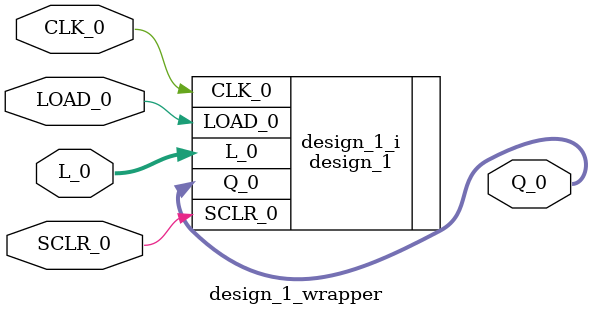
<source format=v>
`timescale 1 ps / 1 ps

module design_1_wrapper
   (CLK_0,
    LOAD_0,
    L_0,
    Q_0,
    SCLR_0);
  input CLK_0;
  input LOAD_0;
  input [15:0]L_0;
  output [15:0]Q_0;
  input SCLR_0;

  wire CLK_0;
  wire LOAD_0;
  wire [15:0]L_0;
  wire [15:0]Q_0;
  wire SCLR_0;

  design_1 design_1_i
       (.CLK_0(CLK_0),
        .LOAD_0(LOAD_0),
        .L_0(L_0),
        .Q_0(Q_0),
        .SCLR_0(SCLR_0));
endmodule

</source>
